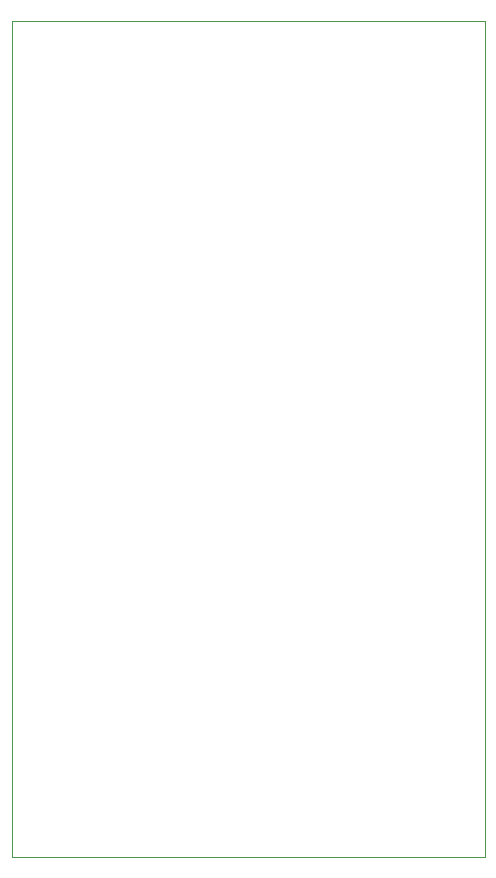
<source format=gbr>
%TF.GenerationSoftware,KiCad,Pcbnew,9.0.0*%
%TF.CreationDate,2025-03-29T15:55:27-07:00*%
%TF.ProjectId,Distortion-prototype,44697374-6f72-4746-996f-6e2d70726f74,rev?*%
%TF.SameCoordinates,Original*%
%TF.FileFunction,Profile,NP*%
%FSLAX46Y46*%
G04 Gerber Fmt 4.6, Leading zero omitted, Abs format (unit mm)*
G04 Created by KiCad (PCBNEW 9.0.0) date 2025-03-29 15:55:27*
%MOMM*%
%LPD*%
G01*
G04 APERTURE LIST*
%TA.AperFunction,Profile*%
%ADD10C,0.050000*%
%TD*%
G04 APERTURE END LIST*
D10*
X117315643Y-84810600D02*
X157315643Y-84810600D01*
X157315643Y-155547200D01*
X117315643Y-155547200D01*
X117315643Y-84810600D01*
M02*

</source>
